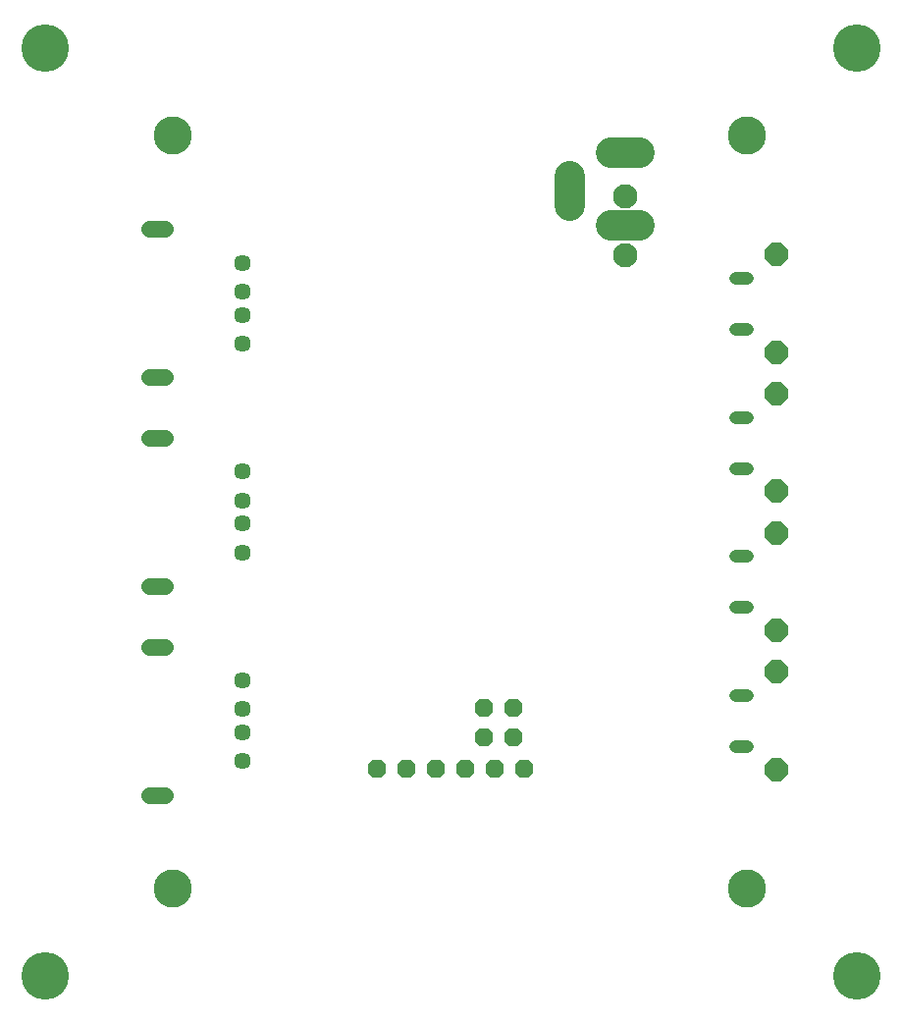
<source format=gbs>
G75*
%MOIN*%
%OFA0B0*%
%FSLAX25Y25*%
%IPPOS*%
%LPD*%
%AMOC8*
5,1,8,0,0,1.08239X$1,22.5*
%
%ADD10C,0.16142*%
%ADD11OC8,0.07874*%
%ADD12C,0.04331*%
%ADD13C,0.05512*%
%ADD14C,0.05709*%
%ADD15C,0.10236*%
%ADD16OC8,0.06299*%
%ADD17C,0.12992*%
%ADD18C,0.08268*%
D10*
X0286611Y0064839D03*
X0562201Y0064839D03*
X0562201Y0379799D03*
X0286611Y0379799D03*
D11*
X0534839Y0309720D03*
X0534839Y0276650D03*
X0534839Y0262476D03*
X0534839Y0229406D03*
X0534839Y0215232D03*
X0534839Y0182161D03*
X0534839Y0167988D03*
X0534839Y0134917D03*
D12*
X0524997Y0142791D02*
X0521060Y0142791D01*
X0521060Y0160114D02*
X0524997Y0160114D01*
X0524997Y0190035D02*
X0521060Y0190035D01*
X0521060Y0207358D02*
X0524997Y0207358D01*
X0524997Y0237280D02*
X0521060Y0237280D01*
X0521060Y0254602D02*
X0524997Y0254602D01*
X0524997Y0284524D02*
X0521060Y0284524D01*
X0521060Y0301846D02*
X0524997Y0301846D01*
D13*
X0327162Y0318382D02*
X0322044Y0318382D01*
X0322044Y0267988D02*
X0327162Y0267988D01*
X0327162Y0247516D02*
X0322044Y0247516D01*
X0322044Y0197122D02*
X0327162Y0197122D01*
X0327162Y0176650D02*
X0322044Y0176650D01*
X0322044Y0126256D02*
X0327162Y0126256D01*
D14*
X0353540Y0137673D03*
X0353540Y0147516D03*
X0353540Y0155390D03*
X0353540Y0165232D03*
X0353540Y0208539D03*
X0353540Y0218382D03*
X0353540Y0226256D03*
X0353540Y0236098D03*
X0353540Y0279406D03*
X0353540Y0289248D03*
X0353540Y0297122D03*
X0353540Y0306965D03*
D15*
X0464564Y0326650D02*
X0464564Y0336492D01*
X0478540Y0344366D02*
X0488383Y0344366D01*
X0488383Y0319760D02*
X0478540Y0319760D01*
D16*
X0445666Y0155665D03*
X0435430Y0155665D03*
X0435430Y0145665D03*
X0445666Y0145665D03*
X0449406Y0135012D03*
X0439406Y0135012D03*
X0429406Y0135012D03*
X0419406Y0135012D03*
X0409406Y0135012D03*
X0399406Y0135012D03*
D17*
X0329918Y0094366D03*
X0524800Y0094366D03*
X0524800Y0350272D03*
X0329918Y0350272D03*
D18*
X0483461Y0329563D03*
X0483461Y0309563D03*
M02*

</source>
